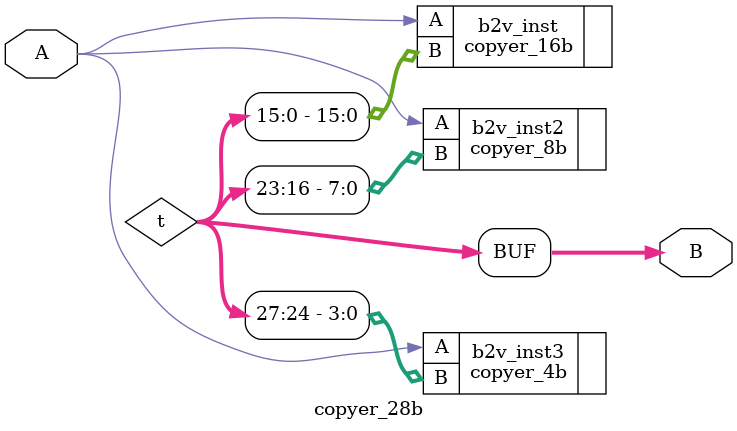
<source format=v>


module copyer_28b(
	A,
	B
);


input wire	[0:0] A;
output wire	[27:0] B;

wire	[27:0] t;





copyer_16b	b2v_inst(
	.A(A),
	.B(t[15:0]));


copyer_8b	b2v_inst2(
	.A(A),
	.B(t[23:16]));


copyer_4b	b2v_inst3(
	.A(A),
	.B(t[27:24]));

assign	B = t;

endmodule

</source>
